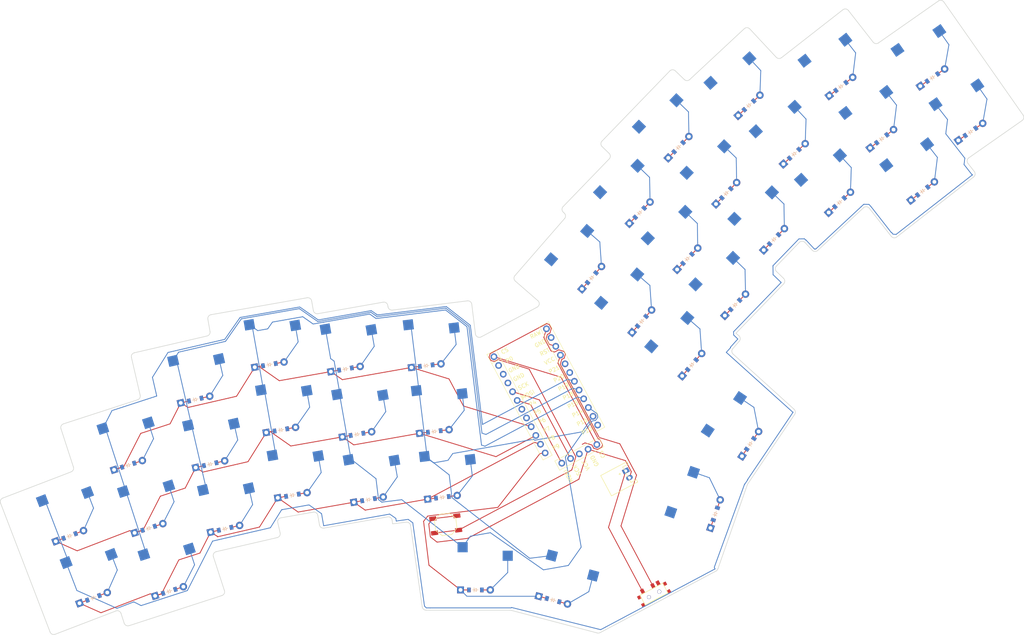
<source format=kicad_pcb>
(kicad_pcb (version 20240108) (generator "pcbnew") (generator_version "8.0")
  (title_block (title "Hepheaestes38") (date "2025-04-03") (rev "v1.0.0") (company "Unknown"))
  (layers (0 "F.Cu" signal) (31 "B.Cu" signal) (34 "B.Paste" user) (35 "F.Paste" user) (36 "B.SilkS" user "B.Silkscreen") (37 "F.SilkS" user "F.Silkscreen") (38 "B.Mask" user) (39 "F.Mask" user) (44 "Edge.Cuts" user))
  (net 0 "")
  (net 1 "P20")
  (net 2 "outer_bottom")
  (net 3 "outer_home")
  (net 4 "P19")
  (net 5 "pinky_bottom")
  (net 6 "pinky_home")
  (net 7 "pinky_top")
  (net 8 "P18")
  (net 9 "ring_bottom")
  (net 10 "ring_home")
  (net 11 "ring_top")
  (net 12 "P15")
  (net 13 "middle_bottom")
  (net 14 "middle_home")
  (net 15 "middle_top")
  (net 16 "P14")
  (net 17 "index_bottom")
  (net 18 "index_home")
  (net 19 "index_top")
  (net 20 "P16")
  (net 21 "inner_bottom")
  (net 22 "inner_home")
  (net 23 "inner_top")
  (net 24 "mirror_outer_bottom")
  (net 25 "mirror_outer_home")
  (net 26 "mirror_pinky_bottom")
  (net 27 "mirror_pinky_home")
  (net 28 "mirror_pinky_top")
  (net 29 "mirror_ring_bottom")
  (net 30 "mirror_ring_home")
  (net 31 "mirror_ring_top")
  (net 32 "mirror_middle_bottom")
  (net 33 "mirror_middle_home")
  (net 34 "mirror_middle_top")
  (net 35 "mirror_index_bottom")
  (net 36 "mirror_index_home")
  (net 37 "mirror_index_top")
  (net 38 "mirror_inner_bottom")
  (net 39 "mirror_inner_home")
  (net 40 "mirror_inner_top")
  (net 41 "tucky_thumbrow")
  (net 42 "reachy_thumbrow")
  (net 43 "mirror_tucky_thumbrow")
  (net 44 "mirror_reachy_thumbrow")
  (net 45 "P8")
  (net 46 "P7")
  (net 47 "P6")
  (net 48 "P21")
  (net 49 "P5")
  (net 50 "P4")
  (net 51 "P9")
  (net 52 "P10")
  (net 53 "GND")
  (net 54 "RST")
  (net 55 "pos")
  (net 56 "RAW")
  (net 57 "MOSI")
  (net 58 "SCK")
  (net 59 "VCC")
  (net 60 "CS")
  (net 61 "P0")
  (footprint "E73:SPDT_C128955" (layer "F.Cu") (at 205.726512 164.010339 -152)
    (property "Reference" "T1" (hide yes))
    (property "Value" "" (hide yes))
  )
  (footprint "E73:SW_TACT_ALPS_SKQGABE010" (layer "F.Cu") (at 152.351749 146.071285 7)
    (property "Reference" "B1" (hide yes))
    (property "Value" "" (hide yes))
  )
  (footprint "PG1350" (layer "F.Cu") (at 232.8613 69.519112 46)
    (property "Reference" "S26" (hide yes))
    (property "Value" "" (hide yes))
  )
  (footprint "PG1350" (layer "F.Cu") (at 159.956248 157.867441)
    (property "Reference" "S35" (hide yes))
    (property "Value" "" (hide yes))
  )
  (footprint "ComboDiode" (layer "F.Cu") (at 81.527812 163.224012 18)
    (property "Reference" "D3" (hide yes))
    (property "Value" "" (hide yes))
  )
  (footprint "ComboDiode" (layer "F.Cu") (at 151.498475 139.121987 7)
    (property "Reference" "D15" (hide yes))
    (property "Value" "" (hide yes))
  )
  (footprint "PG1350" (layer "F.Cu") (at 79.982724 158.468728 18)
    (property "Reference" "S3" (hide yes))
    (property "Value" "" (hide yes))
  )
  (footprint "JST_PH_S2B-PH-K_02x2.00mm_Angled" (layer "F.Cu") (at 198.951433 133.22293 -62)
    (property "Reference" "JST1" (hide yes))
    (property "Value" "" (hide yes))
  )
  (footprint "ComboDiode" (layer "F.Cu") (at 95.840164 147.197851 13)
    (property "Reference" "D6" (hide yes))
    (property "Value" "" (hide yes))
  )
  (footprint "PG1350" (layer "F.Cu") (at 250.514866 29.872815 38)
    (property "Reference" "S22" (hide yes))
    (property "Value" "" (hide yes))
  )
  (footprint "PG1350" (layer "F.Cu") (at 54.217245 144.365515 21)
    (property "Reference" "S2" (hide yes))
    (property "Value" "" (hide yes))
  )
  (footprint "PG1350" (layer "F.Cu") (at 181.146952 160.657241 -15)
    (property "Reference" "S36" (hide yes))
    (property "Value" "" (hide yes))
  )
  (footprint "PG1350" (layer "F.Cu") (at 74.729428 142.300766 18)
    (property "Reference" "S4" (hide yes))
    (property "Value" "" (hide yes))
  )
  (footprint "ComboDiode" (layer "F.Cu") (at 129.625142 122.981887 10)
    (property "Reference" "D13" (hide yes))
    (property "Value" "" (hide yes))
  )
  (footprint "PG1350" (layer "F.Cu") (at 106.312139 100.183793 10)
    (property "Reference" "S11" (hide yes))
    (property "Value" "" (hide yes))
  )
  (footprint "ComboDiode" (layer "F.Cu") (at 224.229213 61.183209 46)
    (property "Reference" "D27" (hide yes))
    (property "Value" "" (hide yes))
  )
  (footprint "ComboDiode" (layer "F.Cu") (at 71.02123 130.888088 18)
    (property "Reference" "D5" (hide yes))
    (property "Value" "" (hide yes))
  )
  (footprint "PG1350" (layer "F.Cu") (at 271.447345 56.665184 38)
    (property "Reference" "S20" (hide yes))
    (property "Value" "" (hide yes))
  )
  (footprint "ComboDiode" (layer "F.Cu") (at 215.417058 105.135848 49)
    (property "Reference" "D32" (hide yes))
    (property "Value" "" (hide yes))
  )
  (footprint "ComboDiode" (layer "F.Cu") (at 179.852848 165.486876 -15)
    (property "Reference" "D36" (hide yes))
    (property "Value" "" (hide yes))
  )
  (footprint "ComboDiode" (layer "F.Cu") (at 230.373398 125.425966 56)
    (property "Reference" "D37" (hide yes))
    (property "Value" "" (hide yes))
  )
  (footprint "PG1350" (layer "F.Cu") (at 131.708918 134.799597 10)
    (property "Reference" "S12" (hide yes))
    (property "Value" "" (hide yes))
  )
  (footprint "ComboDiode" (layer "F.Cu") (at 212.000432 49.374025 46)
    (property "Reference" "D28" (hide yes))
    (property "Value" "" (hide yes))
  )
  (footprint "ComboDiode" (layer "F.Cu") (at 202.038938 66.167436 46)
    (property "Reference" "D31" (hide yes))
    (property "Value" "" (hide yes))
  )
  (footprint "ComboDiode" (layer "F.Cu") (at 221.418971 143.385772 71)
    (property "Reference" "D38" (hide yes))
    (property "Value" "" (hide yes))
  )
  (footprint "ceoloide:mcu_nice_nano" (layer "F.Cu") (at 177.392768 110.722301 28)
    (property "Reference" "MCU1" (hide yes))
    (property "Value" "")
  )
  (footprint "PG1350" (layer "F.Cu") (at 216.691368 141.757933 71)
    (property "Reference" "S38" (hide yes))
    (property "Value" "" (hide yes))
  )
  (footprint "ComboDiode" (layer "F.Cu") (at 274.52565 60.605245 38)
    (property "Reference" "D20" (hide yes))
    (property "Value" "" (hide yes))
  )
  (footprint "PG1350" (layer "F.Cu") (at 249.82599 59.852235 43)
    (property "Reference" "S23" (hide yes))
    (property "Value" "" (hide yes))
  )
  (footprint "ComboDiode" (layer "F.Cu") (at 253.235989 63.509003 43)
    (property "Reference" "D23" (hide yes))
    (property "Value" "" (hide yes))
  )
  (footprint "ComboDiode" (layer "F.Cu") (at 107.180361 105.107852 10)
    (property "Reference" "D11" (hide yes))
    (property "Value" "" (hide yes))
  )
  (footprint "ComboDiode" (layer "F.Cu") (at 62.101357 164.904292 21)
    (property "Reference" "D1" (hide yes))
    (property "Value" "" (hide yes))
  )
  (footprint "PG1350" (layer "F.Cu") (at 208.403717 45.900726 46)
    (property "Reference" "S28" (hide yes))
    (property "Value" "" (hide yes))
  )
  (footprint "PG1350" (layer "F.Cu") (at 148.817351 117.285957 7)
    (property "Reference" "S16" (hide yes))
    (property "Value" "" (hide yes))
  )
  (footprint "ComboDiode" (layer "F.Cu") (at 241.642025 51.075991 43)
    (property "Reference" "D24" (hide yes))
    (property "Value" "" (hide yes))
  )
  (footprint "ceoloide:display_nice_view" (layer "F.Cu") (at 178.734289 113.245355 28)
    (property "Reference" "DISP1" (hide yes))
    (property "Value" "")
  )
  (footprint "PG1350" (layer "F.Cu") (at 198.442241 62.694136 46)
    (property "Reference" "S31" (hide yes))
    (property "Value" "" (hide yes))
  )
  (footprint "PG1350" (layer "F.Cu") (at 198.813449 90.702589 49)
    (property "Reference" "S33" (hide yes))
    (property "Value" "" (hide yes))
  )
  (footprint "PG1350" (layer "F.Cu") (at 210.671029 74.503349 46)
    (property "Reference" "S30" (hide yes))
    (property "Value" "" (hide yes))
  )
  (footprint "ComboDiode" (layer "F.Cu") (at 214.267716 77.976645 46)
    (property "Reference" "D30" (hide yes))
    (property "Value" "" (hide yes))
  )
  (footprint "ComboDiode" (layer "F.Cu") (at 264.059412 47.209063 38)
    (property "Reference" "D21" (hide yes))
    (property "Value" "" (hide yes))
  )
  (footprint "ComboDiode" (layer "F.Cu") (at 253.593172 33.812875 38)
    (property "Reference" "D22" (hide yes))
    (property "Value" "" (hide yes))
  )
  (footprint "ComboDiode" (layer "F.Cu") (at 189.756941 82.829851 49)
    (property "Reference" "D34" (hide yes))
    (property "Value" "" (hide yes))
  )
  (footprint "ComboDiode" (layer "F.Cu") (at 277.030996 31.513996 35)
    (property "Reference" "D19" (hide yes))
    (property "Value" "" (hide yes))
  )
  (footprint "PG1350" (layer "F.Cu") (at 69.476145 126.132811 18)
    (property "Reference" "S5" (hide yes))
    (property "Value" "" (hide yes))
  )
  (footprint "ComboDiode" (layer "F.Cu") (at 230.04806 38.642969 43)
    (property "Reference" "D25" (hide yes))
    (property "Value" "" (hide yes))
  )
  (footprint "ComboDiode" (layer "F.Cu") (at 113.084424 138.591301 10)
    (property "Reference" "D9" (hide yes))
    (property "Value" "" (hide yes))
  )
  (footprint "PG1350" (layer "F.Cu") (at 87.067075 109.197419 13)
    (property "Reference" "S8" (hide yes))
    (property "Value" "" (hide yes))
  )
  (footprint "ComboDiode" (layer "F.Cu") (at 92.016 130.633569 13)
    (property "Reference" "D7" (hide yes))
    (property "Value" "" (hide yes))
  )
  (footprint "ComboDiode" (layer "F.Cu") (at 126.673125 106.240159 10)
    (property "Reference" "D14" (hide yes))
    (property "Value" "" (hide yes))
  )
  (footprint "PG1350" (layer "F.Cu") (at 260.981115 43.269003 38)
    (property "Reference" "S21" (hide yes))
    (property "Value" "" (hide yes))
  )
  (footprint "PG1350" (layer "F.Cu") (at 112.21615 133.667259 10)
    (property "Reference" "S9" (hide yes))
    (property "Value" "" (hide yes))
  )
  (footprint "ComboDiode" (layer "F.Cu") (at 147.354906 105.37542 7)
    (property "Reference" "D17" (hide yes))
    (property "Value" "" (hide yes))
  )
  (footprint "ComboDiode" (layer "F.Cu") (at 76.274528 147.056066 18)
    (property "Reference" "D4" (hide yes))
    (property "Value" "" (hide yes))
  )
  (footprint "PG1350" (layer "F.Cu") (at 211.643523 101.855581 49)
    (property "Reference" "S32" (hide yes))
    (property "Value" "" (hide yes))
  )
  (footprint "PG1350" (layer "F.Cu") (at 125.804897 101.316122 10)
    (property "Reference" "S14" (hide yes))
    (property "Value" "" (hide yes))
  )
  (footprint "PG1350" (layer "F.Cu") (at 109.264139 116.925528 10)
    (property "Reference" "S10" (hide yes))
    (property "Value" "" (hide yes))
  )
  (footprint "PG1350" (layer "F.Cu") (at 60.309494 160.236398 21)
    (property "Reference" "S1" (hide yes))
    (property "Value" "" (hide yes))
  )
  (footprint "ComboDiode" (layer "F.Cu") (at 132.57716 139.723627 10)
    (property "Reference" "D12" (hide yes))
    (property "Value" "" (hide yes))
  )
  (footprint "ComboDiode" (layer "F.Cu") (at 149.426676 122.24871 7)
    (property "Reference" "D16" (hide yes))
    (property "Value" "" (hide yes))
  )
  (footprint "PG1350" (layer "F.Cu") (at 238.232024 47.419232 43)
    (property "Reference" "S24" (hide yes))
    (property "Value" "" (hide yes))
  )
  (footprint "ComboDiode" (layer "F.Cu") (at 226.496499 89.785828 46)
    (property "Reference" "D29" (hide yes))
    (property "Value" "" (hide yes))
  )
  (footprint "PG1350" (layer "F.Cu") (at 283.913914 41.3438 35)
    (property "Reference" "S18" (hide yes))
    (property "Value" "" (hide yes))
  )
  (footprint "ComboDiode" (layer "F.Cu") (at 159.956252 162.86743)
    (property "Reference" "D35" (hide yes))
    (property "Value" "" (hide yes))
  )
  (footprint "ComboDiode" (layer "F.Cu") (at 202.586982 93.982862 49)
    (property "Reference" "D33" (hide yes))
    (property "Value" "" (hide yes))
  )
  (footprint "PG1350" (layer "F.Cu") (at 226.638039 34.986217 43)
    (property "Reference" "S25" (hide yes))
    (property "Value" "" (hide yes))
  )
  (footprint "PG1350" (layer "F.Cu") (at 226.228215 122.630014 56)
    (property "Reference" "S37" (hide yes))
    (property "Value" "" (hide yes))
  )
  (footprint "PG1350" (layer "F.Cu") (at 90.891241 125.761699 13)
    (property "Reference" "S7" (hide yes))
    (property "Value" "" (hide yes))
  )
  (footprint "PG1350" (layer "F.Cu") (at 222.8998 86.312549 46)
    (property "Reference" "S29" (hide yes))
    (property "Value" "" (hide yes))
  )
  (footprint "ComboDiode" (layer "F.Cu") (at 110.132383 121.849564 10)
    (property "Reference" "D10" (hide yes))
    (property "Value" "" (hide yes))
  )
  (footprint "PG1350" (layer "F.Cu") (at 220.632502 57.709911 46)
    (property "Reference" "S27" (hide yes))
    (property "Value" "" (hide yes))
  )
  (footprint "PG1350" (layer "F.Cu") (at 185.983387 79.549555 49)
    (property "Reference" "S34" (hide yes))
    (property "Value" "" (hide yes))
  )
  (footprint "ComboDiode" (layer "F.Cu") (at 56.009091 149.03341 21)
    (property "Reference" "D2" (hide yes))
    (property "Value" "" (hide yes))
  )
  (footprint "ComboDiode" (layer "F.Cu") (at 88.191837 114.06928 13)
    (property "Reference" "D8" (hide yes))
    (property "Value" "" (hide yes))
  )
  (footprint "ComboDiode" (layer "F.Cu") (at 236.45798 72.992413 46)
    (property "Reference" "D26" (hide yes))
    (property "Value" "" (hide yes))
  )
  (footprint "PG1350" (layer "F.Cu") (at 146.745566 100.412686 7)
    (property "Reference" "S17" (hide yes))
    (property "Value" "" (hide yes))
  )
  (footprint "PG1350" (layer "F.Cu") (at 150.88913 134.159228 7)
    (property "Reference" "S15" (hide yes))
    (property "Value" "" (hide yes))
  )
  (footprint "ComboDiode" (layer "F.Cu") (at 286.781793 45.439571 35)
    (property "Reference" "D18" (hide yes))
    (property "Value" "" (hide yes))
  )
  (footprint "PG1350" (layer "F.Cu") (at 128.756893 118.057851 10)
    (property "Reference" "S13" (hide yes))
    (property "Value" "" (hide yes))
  )
  (footprint "PG1350" (layer "F.Cu") (at 274.163119 27.418214 35)
    (property "Reference" "S19" (hide yes))
    (property "Value" "" (hide yes))
  )
  (footprint "PG1350" (layer "F.Cu") (at 94.715415 142.325981 13)
    (property "Reference" "S6" (hide yes))
    (property "Value" "" (hide yes))
  )
  (gr_line (start 279.944778 12.138741) (end 300.249376 41.136726) (stroke (width 0.15)) (layer "Edge.Cuts"))
  (gr_arc (start 53.793913 121.554805) (mid 53.853985 120.791816) (end 54.43596 120.294753) (stroke (width 0.15)) (layer "Edge.Cuts"))
  (gr_line (start 147.322942 168.067447) (end 168.827054 168.067429) (stroke (width 0.15)) (layer "Edge.Cuts"))
  (gr_arc (start 109.326978 145.602627) (mid 109.467475 144.825747) (end 110.127714 144.392862) (stroke (width 0.15)) (layer "Edge.Cuts"))
  (gr_arc (start 138.678739 91.126569) (mid 137.962053 90.937872) (end 137.572057 90.307666) (stroke (width 0.15)) (layer "Edge.Cuts"))
  (gr_line (start 238.895618 82.992302) (end 237.097256 81.255657) (stroke (width 0.15)) (layer "Edge.Cuts"))
  (gr_line (start 116.85102 87.968159) (end 92.23081 92.309368) (stroke (width 0.15)) (layer "Edge.Cuts"))
  (gr_arc (start 116.85102 87.968159) (mid 117.598197 88.133847) (end 118.009468 88.779313) (stroke (width 0.15)) (layer "Edge.Cuts"))
  (gr_arc (start 286.129074 53.529314) (mid 285.928094 52.765849) (end 286.343526 52.094504) (stroke (width 0.15)) (layer "Edge.Cuts"))
  (gr_line (start 192.407902 49.220964) (end 194.206276 50.957603) (stroke (width 0.15)) (layer "Edge.Cuts"))
  (gr_line (start 278.552046 11.893185) (end 263.200327 22.642561) (stroke (width 0.15)) (layer "Edge.Cuts"))
  (gr_arc (start 238.361093 26.424377) (mid 237.666982 26.633276) (end 237.014077 26.318372) (stroke (width 0.15)) (layer "Edge.Cuts"))
  (gr_arc (start 263.200327 22.642561) (mid 262.478945 22.812407) (end 261.838717 22.439074) (stroke (width 0.15)) (layer "Edge.Cuts"))
  (gr_line (start 71.246483 172.032218) (end 95.022917 164.306799) (stroke (width 0.15)) (layer "Edge.Cuts"))
  (gr_arc (start 192.407902 49.220964) (mid 192.102704 48.519071) (end 192.383234 47.806967) (stroke (width 0.15)) (layer "Edge.Cuts"))
  (gr_arc (start 38.316921 140.614554) (mid 38.336957 139.849452) (end 38.892135 139.322585) (stroke (width 0.15)) (layer "Edge.Cuts"))
  (gr_line (start 91.419656 93.467815) (end 91.976024 96.623185) (stroke (width 0.15)) (layer "Edge.Cuts"))
  (gr_line (start 287.749573 55.603463) (end 286.129074 53.529314) (stroke (width 0.15)) (layer "Edge.Cuts"))
  (gr_arc (start 237.097256 81.255657) (mid 236.792093 80.553774) (end 237.072591 79.841668) (stroke (width 0.15)) (layer "Edge.Cuts"))
  (gr_arc (start 170.183248 83.702393) (mid 169.841713 83.017428) (end 170.084601 82.29163) (stroke (width 0.15)) (layer "Edge.Cuts"))
  (gr_arc (start 74.078909 112.952534) (mid 73.974903 113.669913) (end 73.413561 114.128565) (stroke (width 0.15)) (layer "Edge.Cuts"))
  (gr_line (start 209.749689 29.823474) (end 192.383234 47.806967) (stroke (width 0.15)) (layer "Edge.Cuts"))
  (gr_arc (start 278.552046 11.893185) (mid 279.299252 11.727543) (end 279.944778 12.138741) (stroke (width 0.15)) (layer "Edge.Cuts"))
  (gr_line (start 227.443626 97.702728) (end 226.702358 97.058337) (stroke (width 0.15)) (layer "Edge.Cuts"))
  (gr_line (start 170.183248 83.702393) (end 175.966478 88.729678) (stroke (width 0.15)) (layer "Edge.Cuts"))
  (gr_arc (start 214.845142 32.036509) (mid 214.154439 32.305075) (end 213.468484 32.024514) (stroke (width 0.15)) (layer "Edge.Cuts"))
  (gr_arc (start 52.295093 174.238513) (mid 51.530033 174.218436) (end 51.003159 173.663299) (stroke (width 0.15)) (layer "Edge.Cuts"))
  (gr_arc (start 227.443626 97.702728) (mid 227.785088 98.387665) (end 227.542287 99.113507) (stroke (width 0.15)) (layer "Edge.Cuts"))
  (gr_line (start 137.572057 90.307666) (end 137.502234 89.911655) (stroke (width 0.15)) (layer "Edge.Cuts"))
  (gr_arc (start 175.966478 88.729678) (mid 176.303958 89.597588) (end 175.779869 90.367318) (stroke (width 0.15)) (layer "Edge.Cuts"))
  (gr_line (start 159.957622 97.241744) (end 159.023739 89.636035) (stroke (width 0.15)) (layer "Edge.Cuts"))
  (gr_line (start 254.085224 14.139341) (end 238.361093 26.424377) (stroke (width 0.15)) (layer "Edge.Cuts"))
  (gr_line (start 121.170054 147.015209) (end 137.453484 144.144006) (stroke (width 0.15)) (layer "Edge.Cuts"))
  (gr_line (start 95.664943 163.046717) (end 92.837146 154.34369) (stroke (width 0.15)) (layer "Edge.Cuts"))
  (gr_arc (start 168.827054 168.067429) (mid 168.955194 168.075668) (end 169.081219 168.100269) (stroke (width 0.15)) (layer "Edge.Cuts"))
  (gr_line (start 51.003159 173.663299) (end 38.316921 140.614554) (stroke (width 0.15)) (layer "Edge.Cuts"))
  (gr_line (start 237.072591 79.841668) (end 242.921059 73.785389) (stroke (width 0.15)) (layer "Edge.Cuts"))
  (gr_line (start 138.732819 145.928442) (end 142.2268 145.49945) (stroke (width 0.15)) (layer "Edge.Cuts"))
  (gr_line (start 71.843536 103.270066) (end 74.078909 112.952534) (stroke (width 0.15)) (layer "Edge.Cuts"))
  (gr_line (start 225.972259 102.412747) (end 241.591129 116.55995) (stroke (width 0.15)) (layer "Edge.Cuts"))
  (gr_line (start 146.333091 167.209532) (end 143.338517 146.349888) (stroke (width 0.15)) (layer "Edge.Cuts"))
  (gr_line (start 237.014077 26.318372) (end 230.236927 19.050784) (stroke (width 0.15)) (layer "Edge.Cuts"))
  (gr_arc (start 225.972259 102.412747) (mid 225.645391 101.731169) (end 225.888864 101.015528) (stroke (width 0.15)) (layer "Edge.Cuts"))
  (gr_arc (start 238.895618 82.992302) (mid 239.200771 83.694182) (end 238.920304 84.406311) (stroke (width 0.15)) (layer "Edge.Cuts"))
  (gr_arc (start 121.170054 147.015209) (mid 120.42279 146.849586) (end 120.011568 146.204058) (stroke (width 0.15)) (layer "Edge.Cuts"))
  (gr_arc (start 56.981056 131.363825) (mid 56.932601 132.103369) (end 56.388362 132.606423) (stroke (width 0.15)) (layer "Edge.Cuts"))
  (gr_line (start 260.83941 65.015297) (end 266.473276 72.226305) (stroke (width 0.15)) (layer "Edge.Cuts"))
  (gr_arc (start 95.664943 163.046717) (mid 95.604904 163.809732) (end 95.022917 164.306799) (stroke (width 0.15)) (layer "Edge.Cuts"))
  (gr_line (start 221.595159 158.026842) (end 191.892329 173.820121) (stroke (width 0.15)) (layer "Edge.Cuts"))
  (gr_arc (start 147.322942 168.067447) (mid 146.667989 167.823124) (end 146.333091 167.209532) (stroke (width 0.15)) (layer "Edge.Cuts"))
  (gr_line (start 213.468484 32.024514) (end 211.163676 29.798804) (stroke (width 0.15)) (layer "Edge.Cuts"))
  (gr_line (start 53.793913 121.554805) (end 56.981056 131.363825) (stroke (width 0.15)) (layer "Edge.Cuts"))
  (gr_arc (start 242.921059 73.785389) (mid 243.649116 73.480106) (end 244.371738 73.798051) (stroke (width 0.15)) (layer "Edge.Cuts"))
  (gr_arc (start 247.640475 75.83705) (mid 246.923568 76.105079) (end 246.227121 75.787675) (stroke (width 0.15)) (layer "Edge.Cuts"))
  (gr_line (start 138.619658 145.006965) (end 138.732819 145.928442) (stroke (width 0.15)) (layer "Edge.Cuts"))
  (gr_arc (start 194.206276 50.957603) (mid 194.511471 51.659504) (end 194.230939 52.371596) (stroke (width 0.15)) (layer "Edge.Cuts"))
  (gr_line (start 247.640475 75.83705) (end 259.369406 64.899615) (stroke (width 0.15)) (layer "Edge.Cuts"))
  (gr_arc (start 136.34377 89.100502) (mid 137.090969 89.266174) (end 137.502234 89.911655) (stroke (width 0.15)) (layer "Edge.Cuts"))
  (gr_line (start 267.876955 72.398652) (end 287.577222 57.007135) (stroke (width 0.15)) (layer "Edge.Cuts"))
  (gr_arc (start 228.82358 19.001424) (mid 229.540471 18.733401) (end 230.236927 19.050784) (stroke (width 0.15)) (layer "Edge.Cuts"))
  (gr_line (start 69.173046 168.886895) (end 69.986425 171.390178) (stroke (width 0.15)) (layer "Edge.Cuts"))
  (gr_line (start 118.443593 91.241346) (end 118.009468 88.779313) (stroke (width 0.15)) (layer "Edge.Cuts"))
  (gr_line (start 56.388362 132.606423) (end 38.892135 139.322585) (stroke (width 0.15)) (layer "Edge.Cuts"))
  (gr_arc (start 157.909319 88.765352) (mid 158.646846 88.969886) (end 159.023739 89.636035) (stroke (width 0.15)) (layer "Edge.Cuts"))
  (gr_line (start 136.34377 89.100502) (end 119.60204 92.05251) (stroke (width 0.15)) (layer "Edge.Cuts"))
  (gr_arc (start 92.837146 154.34369) (mid 92.917837 153.542231) (end 93.563252 153.060308) (stroke (width 0.15)) (layer "Edge.Cuts"))
  (gr_arc (start 67.863612 168.262307) (mid 68.652543 168.293274) (end 69.173046 168.886895) (stroke (width 0.15)) (layer "Edge.Cuts"))
  (gr_arc (start 300.249376 41.136726) (mid 300.415062 41.883968) (end 300.003796 42.529461) (stroke (width 0.15)) (layer "Edge.Cuts"))
  (gr_arc (start 229.609012 135.917071) (mid 229.65909 135.798853) (end 229.7239 135.688023) (stroke (width 0.15)) (layer "Edge.Cuts"))
  (gr_arc (start 287.749573 55.603463) (mid 287.954124 56.341006) (end 287.577222 57.007135) (stroke (width 0.15)) (layer "Edge.Cuts"))
  (gr_line (start 228.82358 19.001424) (end 214.845142 32.036509) (stroke (width 0.15)) (layer "Edge.Cuts"))
  (gr_arc (start 119.60204 92.05251) (mid 118.854809 91.886857) (end 118.443593 91.241346) (stroke (width 0.15)) (layer "Edge.Cuts"))
  (gr_arc (start 222.069628 157.474035) (mid 221.884526 157.795184) (end 221.595159 158.026842) (stroke (width 0.15)) (layer "Edge.Cuts"))
  (gr_line (start 93.563252 153.060308) (end 109.189545 149.452682) (stroke (width 0.15)) (layer "Edge.Cuts"))
  (gr_line (start 182.79576 67.669124) (end 170.084601 82.29163) (stroke (width 0.15)) (layer "Edge.Cuts"))
  (gr_line (start 157.909319 88.765352) (end 138.678739 91.126569) (stroke (width 0.15)) (layer "Edge.Cuts"))
  (gr_line (start 286.343526 52.094504) (end 300.003796 42.529461) (stroke (width 0.15)) (layer "Edge.Cuts"))
  (gr_line (start 161.419616 98.002814) (end 175.779869 90.367318) (stroke (width 0.15)) (layer "Edge.Cuts"))
  (gr_line (start 194.230939 52.371596) (end 182.421751 64.60037) (stroke (width 0.15)) (layer "Edge.Cuts"))
  (gr_line (start 182.446435 66.01439) (end 182.735697 66.293725) (stroke (width 0.15)) (layer "Edge.Cuts"))
  (gr_line (start 229.7239 135.688023) (end 241.748865 117.860289) (stroke (width 0.15)) (layer "Edge.Cuts"))
  (gr_arc (start 109.938942 148.253358) (mid 109.812612 149.008197) (end 109.189545 149.452682) (stroke (width 0.15)) (layer "Edge.Cuts"))
  (gr_line (start 226.702358 97.058337) (end 238.920304 84.406311) (stroke (width 0.15)) (layer "Edge.Cuts"))
  (gr_arc (start 118.418982 142.930879) (mid 119.166265 143.096503) (end 119.577466 143.742048) (stroke (width 0.15)) (layer "Edge.Cuts"))
  (gr_line (start 261.838717 22.439074) (end 255.488896 14.311691) (stroke (width 0.15)) (layer "Edge.Cuts"))
  (gr_arc (start 142.2268 145.49945) (mid 142.95627 145.697732) (end 143.338517 146.349888) (stroke (width 0.15)) (layer "Edge.Cuts"))
  (gr_arc (start 209.749689 29.823474) (mid 210.451568 29.518308) (end 211.163676 29.798804) (stroke (width 0.15)) (layer "Edge.Cuts"))
  (gr_arc (start 254.085224 14.139341) (mid 254.822774 13.934772) (end 255.488896 14.311691) (stroke (width 0.15)) (layer "Edge.Cuts"))
  (gr_line (start 225.888864 101.015528) (end 227.542287 99.113507) (stroke (width 0.15)) (layer "Edge.Cuts"))
  (gr_arc (start 182.446435 66.01439) (mid 182.141243 65.312497) (end 182.421751 64.60037) (stroke (width 0.15)) (layer "Edge.Cuts"))
  (gr_arc (start 91.976024 96.623185) (mid 91.825113 97.34878) (end 91.216176 97.771227) (stroke (width 0.15)) (layer "Edge.Cuts"))
  (gr_line (start 191.168726 173.904352) (end 169.081219 168.100269) (stroke (width 0.15)) (layer "Edge.Cuts"))
  (gr_arc (start 91.419656 93.467815) (mid 91.585318 92.720612) (end 92.23081 92.309368) (stroke (width 0.15)) (layer "Edge.Cuts"))
  (gr_line (start 109.938942 148.253358) (end 109.326978 145.602627) (stroke (width 0.15)) (layer "Edge.Cuts"))
  (gr_arc (start 137.453484 144.144006) (mid 138.221953 144.324962) (end 138.619658 145.006965) (stroke (width 0.15)) (layer "Edge.Cuts"))
  (gr_line (start 110.127714 144.392862) (end 118.418982 142.930879) (stroke (width 0.15)) (layer "Edge.Cuts"))
  (gr_arc (start 259.369406 64.899615) (mid 260.129862 64.634036) (end 260.83941 65.015297) (stroke (width 0.15)) (layer "Edge.Cuts"))
  (gr_arc (start 182.735697 66.293725) (mid 183.040085 66.969437) (end 182.79576 67.669124) (stroke (width 0.15)) (layer "Edge.Cuts"))
  (gr_arc (start 191.892329 173.820121) (mid 191.538472 173.930452) (end 191.168727 173.904352) (stroke (width 0.15)) (layer "Edge.Cuts"))
  (gr_line (start 119.577466 143.742048) (end 120.011568 146.204058) (stroke (width 0.15)) (layer "Edge.Cuts"))
  (gr_line (start 229.609012 135.917071) (end 222.069628 157.474035) (stroke (width 0.15)) (layer "Edge.Cuts"))
  (gr_line (start 244.371738 73.798051) (end 246.227121 75.787675) (stroke (width 0.15)) (layer "Edge.Cuts"))
  (gr_arc (start 71.843536 103.270066) (mid 71.969844 102.515193) (end 72.592948 102.070753) (stroke (width 0.15)) (layer "Edge.Cuts"))
  (gr_arc (start 71.246483 172.032218) (mid 70.483482 171.97217) (end 69.986425 171.390178) (stroke (width 0.15)) (layer "Edge.Cuts"))
  (gr_line (start 52.295093 174.238513) (end 67.863612 168.262307) (stroke (width 0.15)) (layer "Edge.Cuts"))
  (gr_line (start 73.413561 114.128565) (end 54.43596 120.294753) (stroke (width 0.15)) (layer "Edge.Cuts"))
  (gr_line (start 91.216176 97.771227) (end 72.592948 102.070753) (stroke (width 0.15)) (layer "Edge.Cuts"))
  (gr_arc (start 161.419616 98.002814) (mid 160.488363 98.006903) (end 159.957622 97.241744) (stroke (width 0.15)) (layer "Edge.Cuts"))
  (gr_arc (start 241.591129 116.55995) (mid 241.91252 117.180699) (end 241.748865 117.860289) (stroke (width 0.15)) (layer "Edge.Cuts"))
  (gr_arc (start 267.876955 72.398652) (mid 267.139414 72.603211) (end 266.473276 72.226305) (stroke (width 0.15)) (layer "Edge.Cuts"))
  (segment (start 285.125916 53.818442) (end 285.325967 52.189131) (width 0.2) (layer "B.Cu") (net 1))
  (segment (start 266.906328 71.656204) (end 267.692735 71.752763) (width 0.2) (layer "B.Cu") (net 1))
  (segment (start 117.329029 141.07426) (end 120.543633 143.32515) (width 0.2) (layer "B.Cu") (net 1))
  (segment (start 225.320821 100.60153) (end 227.172251 98.545303) (width 0.2) (layer "B.Cu") (net 1))
  (segment (start 244.57418 73.177571) (end 244.646732 73.180104) (width 0.2) (layer "B.Cu") (net 1))
  (segment (start 221.145864 157.067387) (end 228.908025 135.741031) (width 0.2) (layer "B.Cu") (net 1))
  (segment (start 241.287375 117.335298) (end 224.223707 101.9711) (width 0.2) (layer "B.Cu") (net 1))
  (segment (start 259.43759 64.000405) (end 260.775798 64.047132) (width 0.2) (layer "B.Cu") (net 1))
  (segment (start 49.027476 139.984369) (end 49.872424 140.360568) (width 0.2) (layer "B.Cu") (net 1))
  (segment (start 147.370298 167.467446) (end 148.3686 167.467447) (width 0.2) (layer "B.Cu") (net 1))
  (segment (start 246.830888 75.478936) (end 246.906164 75.496663) (width 0.2) (layer "B.Cu") (net 1))
  (segment (start 107.435819 146.932258) (end 110.31728 142.320943) (width 0.2) (layer "B.Cu") (net 1))
  (segment (start 258.78012 64.620627) (end 258.780574 64.613079) (width 0.2) (layer "B.Cu") (net 1))
  (segment (start 280.890791 42.280774) (end 277.818414 38.348304) (width 0.2) (layer "B.Cu") (net 1))
  (segment (start 236.779468 79.133324) (end 242.810542 72.887967) (width 0.2) (layer "B.Cu") (net 1))
  (segment (start 260.775798 64.047132) (end 261.205724 64.508174) (width 0.2) (layer "B.Cu") (net 1))
  (segment (start 244.646732 73.180104) (end 246.760521 75.446868) (width 0.2) (layer "B.Cu") (net 1))
  (segment (start 267.692735 71.752763) (end 287.284262 56.446183) (width 0.2) (layer "B.Cu") (net 1))
  (segment (start 55.119725 155.855257) (end 57.870194 163.020463) (width 0.2) (layer "B.Cu") (net 1))
  (segment (start 242.810542 72.887967) (end 244.248293 72.862867) (width 0.2) (layer "B.Cu") (net 1))
  (segment (start 236.215749 82.064354) (end 236.175499 79.758751) (width 0.2) (layer "B.Cu") (net 1))
  (segment (start 238.279853 84.057637) (end 236.215749 82.064354) (width 0.2) (layer "B.Cu") (net 1))
  (segment (start 226.110321 97.51981) (end 226.095575 96.674825) (width 0.2) (layer "B.Cu") (net 1))
  (segment (start 225.328274 100.743784) (end 225.320821 100.60153) (width 0.2) (layer "B.Cu") (net 1))
  (segment (start 247.132202 75.459862) (end 247.204313 75.415234) (width 0.2) (layer "B.Cu") (net 1))
  (segment (start 142.736274 144.778684) (end 143.913231 145.665585) (width 0.2) (layer "B.Cu") (net 1))
  (segment (start 287.284262 56.446183) (end 287.229021 56.510301) (width 0.2) (layer "B.Cu") (net 1))
  (segment (start 229.708985 134.637165) (end 229.693965 134.559881) (width 0.2) (layer "B.Cu") (net 1))
  (segment (start 148.3686 167.467447) (end 169.075582 167.467428) (width 0.2) (layer "B.Cu") (net 1))
  (segment (start 49.872424 140.360568) (end 55.495925 155.01031) (width 0.2) (layer "B.Cu") (net 1))
  (segment (start 139.712063 145.203709) (end 142.736274 144.778684) (width 0.2) (layer "B.Cu") (net 1))
  (segment (start 55.495925 155.01031) (end 55.119735 155.85524) (width 0.2) (layer "B.Cu") (net 1))
  (segment (start 57.870194 163.020463) (end 68.130021 167.588418) (width 0.2) (layer "B.Cu") (net 1))
  (segment (start 139.565922 144.525429) (end 139.686088 145.20689) (width 0.2) (layer "B.Cu") (net 1))
  (segment (start 193.322429 172.380186) (end 220.62363 157.863874) (width 0.2) (layer "B.Cu") (net 1))
  (segment (start 246.906164 75.496663) (end 246.983444 75.499367) (width 0.2) (layer "B.Cu") (net 1))
  (segment (start 261.205724 64.508174) (end 261.465911 64.824646) (width 0.2) (layer "B.Cu") (net 1))
  (segment (start 192.042786 173.060581) (end 193.322429 172.380186) (width 0.2) (layer "B.Cu") (net 1))
  (segment (start 169.075582 167.467428) (end 169.232279 167.373289) (width 0.2) (layer "B.Cu") (net 1))
  (segment (start 246.983444 75.499367) (end 247.059768 75.486938) (width 0.2) (layer "B.Cu") (net 1))
  (segment (start 266.484543 71.248207) (end 266.598498 71.262197) (width 0.2) (layer "B.Cu") (net 1))
  (segment (start 110.31728 142.320943) (end 110.506609 142.277243) (width 0.2) (layer "B.Cu") (net 1))
  (segment (start 247.059768 75.486938) (end 247.132202 75.459862) (width 0.2) (layer "B.Cu") (net 1))
  (segment (start 225.327366 100.745364) (end 225.328274 100.743784) (width 0.2) (layer "B.Cu") (net 1))
  (segment (start 74.314637 166.884668) (end 86.169221 163.032885) (width 0.2) (layer "B.Cu") (net 1))
  (segment (start 287.229021 56.510301) (end 285.125916 53.818442) (width 0.2) (layer "B.Cu") (net 1))
  (segment (start 72.470522 165.945038) (end 74.314637 166.884668) (width 0.2) (layer "B.Cu") (net 1))
  (segment (start 258.780574 64.613079) (end 259.43759 64.000405) (width 0.2) (layer "B.Cu") (net 1))
  (segment (start 72.443043 165.932816) (end 72.470522 165.945038) (width 0.2) (layer "B.Cu") (net 1))
  (segment (start 285.325967 52.189131) (end 280.441781 45.937661) (width 0.2) (layer "B.Cu") (net 1))
  (segment (start 247.204313 75.415234) (end 258.78012 64.620627) (width 0.2) (layer "B.Cu") (net 1))
  (segment (start 226.095575 96.674825) (end 238.279853 84.057637) (width 0.2) (layer "B.Cu") (net 1))
  (segment (start 228.972922 135.728419) (end 229.708985 134.637165) (width 0.2) (layer "B.Cu") (net 1))
  (segment (start 221.337257 157.47784) (end 221.145864 157.067387) (width 0.2) (layer "B.Cu") (net 1))
  (segment (start 86.169221 163.032885) (end 92.631402 150.35012) (width 0.2) (layer "B.Cu") (net 1))
  (segment (start 120.543633 143.32515) (end 121.088572 146.415643) (width 0.2) (layer "B.Cu") (net 1))
  (segment (start 220.62363 157.863874) (end 221.110456 157.605027) (width 0.2) (layer "B.Cu") (net 1))
  (segment (start 146.913018 167.010163) (end 147.370298 167.467446) (width 0.2) (layer "B.Cu") (net 1))
  (segment (start 110.506609 142.277243) (end 117.329029 141.07426) (width 0.2) (layer "B.Cu") (net 1))
  (segment (start 266.598498 71.262197) (end 266.906328 71.656204) (width 0.2) (layer "B.Cu") (net 1))
  (segment (start 227.172251 98.545303) (end 226.110321 97.51981) (width 0.2) (layer "B.Cu") (net 1))
  (segment (start 241.313001 117.333952) (end 241.287375 117.335298) (width 0.2) (layer "B.Cu") (net 1))
  (segment (start 244.248293 72.862867) (end 244.57418 73.177571) (width 0.2) (layer "B.Cu") (net 1))
  (segment (start 229.693965 134.559881) (end 241.313001 117.333952) (width 0.2) (layer "B.Cu") (net 1))
  (segment (start 236.175499 79.758751) (end 236.779468 79.133324) (width 0.2) (layer "B.Cu") (net 1))
  (segment (start 221.110456 157.605027) (end 221.337257 157.47784) (width 0.2) (layer "B.Cu") (net 1))
  (segment (start 68.130021 167.588418) (end 72.443043 165.932816) (width 0.2) (layer "B.Cu") (net 1))
  (segment (start 139.686088 145.20689) (end 139.712063 145.203709) (width 0.2) (layer "B.Cu") (net 1))
  (segment (start 92.631402 150.35012) (end 107.435819 146.932258) (width 0.2) (layer "B.Cu") (net 1))
  (segment (start 246.760521 75.446868) (end 246.830888 75.478936) (width 0.2) (layer "B.Cu") (net 1))
  (segment (start 138.005406 143.432746) (end 139.565922 144.525429) (width 0.2) (layer "B.Cu") (net 1))
  (segment (start 121.088572 146.415643) (end 138.005406 143.432746) (width 0.2) (layer "B.Cu") (net 1))
  (segment (start 143.913231 145.665585) (end 146.913018 167.010163) (width 0.2) (layer "B.Cu") (net 1))
  (segment (start 261.465911 64.824646) (end 266.484543 71.248207) (width 0.2) (layer "B.Cu") (net 1))
  (segment (start 169.232279 167.373289) (end 192.042786 173.060581) (width 0.2) (layer "B.Cu") (net 1))
  (segment (start 280.441781 45.937661) (end 280.890791 42.280774) (width 0.2) (layer "B.Cu") (net 1))
  (segment (start 224.223707 101.9711) (end 225.327366 100.745364) (width 0.2) (layer "B.Cu") (net 1))
  (segment (start 228.908025 135.741031) (end 228.972922 135.728419) (width 0.2) (layer "B.Cu") (net 1))
  (segment (start 65.658271 163.538913) (end 63.641754 164.312982) (width 0.2) (layer "F.Cu") (net 2))
  (segment (start 66.691009 153.769966) (end 68.226605 157.770374) (width 0.2) (layer "B.Cu") (net 2))
  (segment (start 68.226605 157.770374) (end 65.658271 163.538913) (width 0.2) (layer "B.Cu") (net 2))
  (segment (start 59.566032 147.668048) (end 57.549492 148.442122) (width 0.2) (layer "F.Cu") (net 3))
  (segment (start 60.598762 137.8991) (end 62.134361 141.899492) (width 0.2) (layer "B.Cu") (net 3))
  (segment (start 62.134361 141.899492) (end 59.566032 147.668048) (width 0.2) (layer "B.Cu") (net 3))
  (segment (start 69.77607 137.654014) (end 70.60017 138.073913) (width 0.2) (layer "B.Cu") (net 4))
  (segment (start 183.573623 108.855743) (end 185.313286 109.387619) (width 0.2) (layer "B.Cu") (net 4))
  (segment (start 64.522781 121.486058) (end 66.866207 116.886808) (width 0.2) (layer "B.Cu") (net 4))
  (segment (start 77.222716 108.372177) (end 81.207494 101.995216) (width 0.2) (layer "B.Cu") (net 4))
  (segment (start 99.672703 93.027998) (end 114.94872 90.334419) (width 0.2) (layer "B.Cu") (net 4))
  (segment (start 78.300324 113.171641) (end 78.321271 113.130521) (width 0.2) (layer "B.Cu") (net 4))
  (segment (start 78.321271 113.130521) (end 77.222716 108.372177) (width 0.2) (layer "B.Cu") (net 4))
  (segment (start 158.649059 95.035607) (end 161.715699 120.011374) (width 0.2) (layer "B.Cu") (net 4))
  (segment (start 81.207494 101.995216) (end 95.743639 98.639269) (width 0.2) (layer "B.Cu") (net 4))
  (segment (start 64.522785 121.486054) (end 65.346872 121.905959) (width 0.2) (layer "B.Cu") (net 4))
  (segment (start 152.480219 90.215985) (end 158.649059 95.035607) (width 0.2) (layer "B.Cu") (net 4))
  (segment (start 161.715699 120.011374) (end 161.715701 120.011375) (width 0.2) (layer "B.Cu") (net 4))
  (segment (start 134.566435 92.17827) (end 134.579416 92.176673) (width 0.2) (layer "B.Cu") (net 4))
  (segment (start 114.94872 90.334419) (end 119.698399 93.660184) (width 0.2) (layer "B.Cu") (net 4))
  (segment (start 75.449259 152.997862) (end 75.029363 153.821965) (width 0.2) (layer "B.Cu") (net 4))
  (segment (start 161.769458 120.449228) (end 183.573623 108.855743) (width 0.2) (layer "B.Cu") (net 4))
  (segment (start 134.841848 92.381703) (end 135.134782 92.345745) (width 0.2) (layer "B.Cu") (net 4))
  (segment (start 70.60017 138.073913) (end 75.449259 152.997862) (width 0.2) (layer "B.Cu") (net 4))
  (segment (start 161.715701 120.011375) (end 161.769458 120.449228) (width 0.2) (layer "B.Cu") (net 4))
  (segment (start 66.866207 116.886808) (end 78.300324 113.171641) (width 0.2) (layer "B.Cu") (net 4))
  (segment (start 119.698399 93.660184) (end 133.266166 91.267828) (width 0.2) (layer "B.Cu") (net 4))
  (segment (start 65.346872 121.905959) (end 70.195959 136.829918) (width 0.2) (layer "B.Cu") (net 4))
  (segment (start 95.743639 98.639269) (end 99.672703 93.027998) (width 0.2) (layer "B.Cu") (net 4))
  (segment (start 135.134782 92.345745) (end 152.480219 90.215985) (width 0.2) (layer "B.Cu") (net 4))
  (segment (start 133.266166 91.267828) (end 134.566435 92.17827) (width 0.2) (layer "B.Cu") (net 4))
  (segment (start 134.579416 92.176673) (end 134.841848 92.381703) (width 0.2) (layer "B.Cu") (net 4))
  (segment (start 70.195959 136.829918) (end 69.77607 137.654014) (width 0.2) (layer "B.Cu") (net 4))
  (segment (start 83.09706 162.714135) (end 83.09705 162.714126) (width 0.2) (layer "F.Cu") (net 5))
  (segment (start 85.151349 162.046659) (end 83.09706 162.714135) (width 0.2) (layer "F.Cu") (net 5))
  (segment (start 86.693893 152.34516) (end 88.018033 156.420435) (width 0.2) (layer "B.Cu") (net 5))
  (segment (start 88.018033 156.420435) (end 85.151349 162.046659) (width 0.2) (layer "B.Cu") (net 5))
  (segment (start 77.843766 146.546184) (end 77.843768 146.546179) (width 0.2) (layer "F.Cu") (net 6))
  (segment (start 79.898046 145.878693) (end 77.843766 146.546184) (width 0.2) (layer "F.Cu") (net 6))
  (segment (start 82.764754 140.252487) (end 79.898046 145.878693) (width 0.2) (layer "B.Cu") (net 6))
  (segment (start 81.440616 136.177202) (end 82.764754 140.252487) (width 0.2) (layer "B.Cu") (net 6))
  (segment (start 72.590468 130.378216) (end 72.590481 130.378216) (width 0.2) (layer "F.Cu") (net 7))
  (segment (start 74.644775 129.710733) (end 72.590468 130.378216) (width 0.2) (layer "F.Cu") (net 7))
  (segment (start 76.187325 120.009229) (end 77.511464 124.084513) (width 0.2) (layer "B.Cu") (net 7))
  (segment (start 77.511464 124.084513) (end 74.644775 129.710733) (width 0.2) (layer "B.Cu") (net 7))
  (segment (start 161.642288 122.695763) (end 162.659949 123.006893) (width 0.2) (layer "B.Cu") (net 8))
  (segment (start 82.537561 104.136622) (end 83.923991 101.91789) (width 0.2) (layer "B.Cu") (net 8))
  (segment (start 99.992588 93.377762) (end 114.85501 90.757115) (width 0.2) (layer "B.Cu") (net 8))
  (segment (start 82.537555 104.136645) (end 83.586968 104.792369) (width 0.2) (layer "B.Cu") (net 8))
  (segment (start 152.364517 90.633203) (end 158.272236 95.248803) (width 0.2) (layer "B.Cu") (net 8))
  (segment (start 95.958126 99.139585) (end 99.992588 93.377762) (width 0.2) (layer "B.Cu") (net 8))
  (segment (start 86.361727 120.700929) (end 87.411127 121.356658) (width 0.2) (layer "B.Cu") (net 8))
  (segment (start 133.172452 91.69052) (end 134.473296 92.601387) (width 0.2) (layer "B.Cu") (net 8))
  (segment (start 90.841626 136.215798) (end 90.185888 137.265209) (width 0.2) (layer "B.Cu") (net 8))
  (segment (start 184.950462 111.154817) (end 186.505739 111.630313) (width 0.2) (layer "B.Cu") (net 8))
  (segment (start 114.85501 90.757115) (end 119.604687 94.08288) (width 0.2) (layer "B.Cu") (net 8))
  (segment (start 119.604687 94.08288) (end 133.172452 91.69052) (width 0.2) (layer "B.Cu") (net 8))
  (segment (start 134.726138 92.798921) (end 152.364517 90.633203) (width 0.2) (layer "B.Cu") (net 8))
  (segment (start 134.473296 92.601387) (end 134.726138 92.798921) (width 0.2) (layer "B.Cu") (net 8))
  (segment (start 83.923991 101.91789) (end 95.958126 99.139585) (width 0.2) (layer "B.Cu") (net 8))
  (segment (start 83.586968 104.792369) (end 87.017473 119.651506) (width 0.2) (layer "B.Cu") (net 8))
  (segment (start 87.017473 119.651506) (end 86.361727 120.700929) (width 0.2) (layer "B.Cu") (net 8))
  (segment (start 158.272236 95.248803) (end 161.642288 122.695763) (width 0.2) (layer "B.Cu") (net 8))
  (segment (start 162.659949 123.006893) (end 184.950462 111.154817) (width 0.2) (layer "B.Cu") (net 8))
  (segment (start 87.411127 121.356658) (end 90.841626 136.215798) (width 0.2) (layer "B.Cu") (net 8))
  (segment (start 99.55251 146.340791) (end 97.447884 146.826682) (width 0.2) (layer "F.Cu") (net 9))
  (segment (start 101.934753 136.810655) (end 102.898682 140.98582) (width 0.2) (layer "B.Cu") (net 9))
  (segment (start 102.898682 140.98582) (end 99.55251 146.340791) (width 0.2) (layer "B.Cu") (net 9))
  (segment (start 95.728348 129.776506) (end 93.623705 130.262391) (width 0.2) (layer "F.Cu") (net 10))
  (segment (start 98.110578 120.246365) (end 99.074506 124.421533) (width 0.2) (layer "B.Cu") (net 10))
  (segment (start 99.074506 124.421533) (end 95.728348 129.776506) (width 0.2) (layer "B.Cu") (net 10))
  (segment (start 91.904186 113.212211) (end 89.799552 113.698102) (width 0.2) (layer "F.Cu") (net 11))
  (segment (start 94.28643 103.68205) (end 95.250342 107.857247) (width 0.2) (layer "B.Cu") (net 11))
  (segment (start 95.250342 107.857247) (end 91.904186 113.212211) (width 0.2) (layer "B.Cu") (net 11))
  (segment (start 121.05288 94.233705) (end 132.879278 92.14838) (width 0.2) (layer "B.Cu") (net 12))
  (segment (start 161.527292 125.754468) (end 162.400652 126.021483) (width 0.2) (layer "B.Cu") (net 12))
  (segment (start 104.196798 96.393535) (end 106.754043 95.942631) (width 0.2) (layer "B.Cu") (net 12))
  (segment (start 102.811304 95.423397) (end 105.536188 110.876992) (width 0.2) (layer "B.Cu") (net 12))
  (segment (start 102.053659 94.892898) (end 104.196798 96.393535) (width 0.2) (layer "B.Cu") (net 12))
  (segment (start 115.729441 92.836883) (end 118.393877 94.702556) (width 0.2) (layer "B.Cu") (net 12))
  (segment (start 152.315778 91.102736) (end 157.798563 95.386343) (width 0.2) (layer "B.Cu") (net 12))
  (segment (start 106.754043 95.942631) (end 107.97079 94.204958) (width 0.2) (layer "B.Cu") (net 12))
  (segment (start 134.508537 93.289199) (end 152.315778 91.102736) (width 0.2) (layer "B.Cu") (net 12))
  (segment (start 106.019336 112.344401) (end 108.667463 127.362714) (width 0.2) (layer "B.Cu") (net 12))
  (segment (start 157.798563 95.386343) (end 161.527292 125.754468) (width 0.2) (layer "B.Cu") (net 12))
  (segment (start 107.97079 94.204958) (end 115.729441 92.836883) (width 0.2) (layer "B.Cu") (net 12))
  (segment (start 105.00569 111.63461) (end 106.019336 112.344401) (width 0.2) (layer "B.Cu") (net 12))
  (segment (start 102.053652 94.892899) (end 102.811304 95.423397) (width 0.2) (layer "B.Cu") (net 12))
  (segment (start 105.536188 110.876992) (end 105.00569 111.63461) (width 0.2) (layer "B.Cu") (net 12))
  (segment (start 118.393877 94.702556) (end 121.05288 94.233705) (width 0.2) (layer "B.Cu") (net 12))
  (segment (start 162.400652 126.021483) (end 186.142912 113.397512) (width 0.2) (layer "B.Cu") (net 12))
  (segment (start 186.142912 113.397512) (end 187.698198 113.872999) (width 0.2) (layer "B.Cu") (net 12))
  (segment (start 108.667463 127.362714) (end 107.957712 128.376366) (width 0.2) (layer "B.Cu") (net 12))
  (segment (start 132.879278 92.14838) (end 134.508537 93.289199) (width 0.2) (layer "B.Cu") (net 12))
  (segment (start 114.709337 138.304786) (end 114.709338 138.304781) (width 0.2) (layer "F.Cu") (net 13))
  (segment (start 116.836511 137.9297) (end 114.709337 138.304786) (width 0.2) (layer "F.Cu") (net 13))
  (segment (start 119.714269 128.537289) (end 120.458356 132.75719) (width 0.2) (layer "B.Cu") (net 13))
  (segment (start 120.458356 132.75719) (end 116.836511 137.9297) (width 0.2) (layer "B.Cu") (net 13))
  (segment (start 111.757328 121.56306) (end 111.757327 121.563061) (width 0.2) (layer "F.Cu") (net 14))
  (segment (start 113.884496 121.18796) (end 111.757328 121.56306) (width 0.2) (layer "F.Cu") (net 14))
  (segment (start 117.506317 116.015465) (end 113.884496 121.18796) (width 0.2) (layer "B.Cu") (net 14))
  (segment (start 116.762247 111.795567) (end 117.506317 116.015465) (width 0.2) (layer "B.Cu") (net 14))
  (segment (start 110.932472 104.446231) (end 108.805292 104.821318) (width 0.2) (layer "F.Cu") (net 15))
  (segment (start 108.805292 104.821318) (end 108.80529 104.821322) (width 0.2) (layer "F.Cu") (net 15))
  (segment (start 113.810228 95.053834) (end 114.554305 99.273745) (width 0.2) (layer "B.Cu") (net 15))
  (segment (start 114.554305 99.273745) (end 110.932472 104.446231) (width 0.2) (layer "B.Cu") (net 15))
  (segment (start 125.120035 111.879205) (end 124.498448 112.766939) (width 0.2) (layer "B.Cu") (net 16))
  (segment (start 182.986694 128.843471) (end 187.245098 122.761817) (width 0.2) (layer "B.Cu") (net 16))
  (segment (start 135.149337 139.729596) (end 134.489015 134.351753) (width 0.2) (layer "B.Cu") (net 16))
  (segment (start 187.628648 122.69419) (end 189.813701 119.573603) (width 0.2) (layer "B.Cu") (net 16))
  (segment (start 156.681258 151.917439) (end 158.651366 149.103833) (width 0.2) (layer "B.Cu") (net 16))
  (segment (start 191.132167 117.6852) (end 188.890655 116.115685) (width 0.2) (layer "B.Cu") (net 16))
  (segment (start 191.298376 118.627785) (end 191.132167 117.6852) (width 0.2) (layer "B.Cu") (net 16))
  (segment (start 124.498448 112.766939) (end 125.256081 113.297434) (width 0.2) (layer "B.Cu") (net 16))
  (segment (start 189.813701 119.573603) (end 190.751928 119.408173) (width 0.2) (layer "B.Cu") (net 16))
  (segment (start 125.256081 113.297434) (end 127.980979 128.751055) (width 0.2) (layer "B.Cu") (net 16))
  (segment (start 128.176152 129.419582) (end 127.450483 129.508677) (width 0.2) (layer "B.Cu") (net 16))
  (segment (start 190.751928 119.408173) (end 191.298376 118.627785) (width 0.2) (layer "B.Cu") (net 16))
  (segment (start 127.980979 128.751055) (end 127.450483 129.508677) (width 0.2) (layer "B.Cu") (net 16))
  (segment (start 187.245098 122.761817) (end 187.628648 122.69419) (width 0.2) (layer "B.Cu") (net 16))
  (segment (start 121.54645 96.025223) (end 122.879191 103.583627) (width 0.2) (layer "B.Cu") (net 16))
  (segment (start 158.651366 149.103833) (end 163.776055 148.200208) (width 0.2) (layer "B.Cu") (net 16))
  (segment (start 156.681252 151.917445) (end 141.093494 139.738962) (width 0.2) (layer "B.Cu") (net 16))
  (segment (start 123.766908 104.205204) (end 125.120035 111.879205) (width 0.2) (layer "B.Cu") (net 16))
  (segment (start 177.378244 157.72458) (end 183.762829 156.598835) (width 0.2) (layer "B.Cu") (net 16))
  (segment (start 134.489015 134.351753) (end 128.176152 129.419582) (width 0.2) (layer "B.Cu") (net 16))
  (segment (start 135.966994 140.368407) (end 135.149337 139.729596) (width 0.2) (layer "B.Cu") (net 16))
  (segment (start 122.879191 103.583627) (end 123.766908 104.205204) (width 0.2) (layer "B.Cu") (net 16))
  (segment (start 141.093494 139.738962) (end 135.966994 140.368407) (width 0.2) (layer "B.Cu") (net 16))
  (segment (start 187.052341 151.900901) (end 182.986694 128.843471) (width 0.2) (layer "B.Cu") (net 16))
  (segment (start 183.762829 156.598835) (end 187.052341 151.900901) (width 0.2) (layer "B.Cu") (net 16))
  (segment (start 163.776055 148.200208) (end 177.378244 157.72458) (width 0.2) (layer "B.Cu") (net 16))
  (segment (start 134.202101 139.437121) (end 134.20211 139.437109) (width 0.2) (layer "F.Cu") (net 17))
  (segment (start 136.329293 139.062018) (end 134.202101 139.437121) (width 0.2) (layer "F.Cu") (net 17))
  (segment (start 139.207022 129.669617) (end 139.951129 133.889526) (width 0.2) (layer "B.Cu") (net 17))
  (segment (start 139.951129 133.889526) (end 136.329293 139.062018) (width 0.2) (layer "B.Cu") (net 17))
  (segment (start 131.250095 122.695367) (end 131.250087 122.695363) (width 0.2) (layer "F.Cu") (net 18))
  (segment (start 133.377273 122.320287) (end 131.250095 122.695367) (width 0.2) (layer "F.Cu") (net 18))
  (segment (start 136.255019 112.927913) (end 136.999097 117.147772) (width 0.2) (layer "B.Cu") (net 18))
  (segment (start 136.999097 117.147772) (end 133.377273 122.320287) (width 0.2) (layer "B.Cu") (net 18))
  (segment (start 128.298069 105.953634) (end 128.29807 105.953637) (width 0.2) (layer "F.Cu") (net 19))
  (segment (start 130.425249 105.57858) (end 128.298069 105.953634) (width 0.2) (layer "F.Cu") (net 19))
  (segment (start 134.047092 100.406035) (end 130.425249 105.57858) (width 0.2) (layer "B.Cu") (net 19))
  (segment (start 133.302996 96.186147) (end 134.047092 100.406035) (width 0.2) (layer "B.Cu") (net 19))
  (segment (start 149.255112 130.292397) (end 152.933896 129.64373) (width 0.2) (layer "B.Cu") (net 20))
  (segment (start 145.411065 111.050609) (end 144.841631 111.779455) (width 0.2) (layer "B.Cu") (net 20))
  (segment (start 174.835031 124.254545) (end 175.165137 124.485674) (width 0.2) (layer "B.Cu") (net 20))
  (segment (start 142.769849 94.906156) (end 143.498677 95.475573) (width 0.2) (layer "B.Cu") (net 20))
  (segment (start 154.154066 127.901161) (end 174.835031 124.254545) (width 0.2) (layer "B.Cu") (net 20))
  (segment (start 187.289704 122.347796) (end 190.083126 118.358372) (width 0.2) (layer "B.Cu") (net 20))
  (segment (start 173.8538 154.758511) (end 153.958863 139.214884) (width 0.2) (layer "B.Cu") (net 20))
  (segment (start 175.165137 124.485674) (end 187.289704 122.347796) (width 0.2) (layer "B.Cu") (net 20))
  (segment (start 147.482833 127.923887) (end 146.91342 128.652712) (width 0.2) (layer "B.Cu") (net 20))
  (segment (start 146.913414 128.652714) (end 149.255112 130.292397) (width 0.2) (layer "B.Cu") (net 20))
  (segment (start 143.498677 95.475573) (end 145.411065 111.050609) (width 0.2) (layer "B.Cu") (net 20))
  (segment (start 153.24213 133.377744) (end 147.156228 128.622897) (width 0.2) (layer "B.Cu") (net 20))
  (segment (start 145.570455 112.348862) (end 147.482833 127.923887) (width 0.2) (layer "B.Cu") (net 20))
  (segment (start 147.156228 128.622897) (end 146.91342 128.652712) (width 0.2) (layer "B.Cu") (net 20))
  (segment (start 144.841631 111.779455) (end 145.570455 112.348862) (width 0.2) (layer "B.Cu") (net 20))
  (segment (start 179.523512 154.062354) (end 173.8538 154.758511) (width 0.2) (layer "B.Cu") (net 20))
  (segment (start 152.933896 129.64373) (end 154.154066 127.901161) (width 0.2) (layer "B.Cu") (net 20))
  (segment (start 153.958863 139.214884) (end 153.24213 133.377744) (width 0.2) (layer "B.Cu") (net 20))
  (segment (start 153.136164 138.920899) (end 153.136165 138.9209) (width 0.2) (layer "F.Cu") (net 21))
  (segment (start 155.280071 138.657658) (end 153.136164 138.920899) (width 0.2) (layer "F.Cu") (net 21))
  (segment (start 159.167629 133.681795) (end 155.280071 138.657658) (width 0.2) (layer "B.Cu") (net 21))
  (segment (start 158.645438 129.428726) (end 159.167629 133.681795) (width 0.2) (layer "B.Cu") (net 21))
  (segment (start 151.064397 122.047595) (end 151.064395 122.047616) (width 0.2) (layer "F.Cu") (net 22))
  (segment (start 153.208291 121.784378) (end 151.064397 122.047595) (width 0.2) (layer "F.Cu") (net 22))
  (segment (start 157.095869 116.808512) (end 153.208291 121.784378) (width 0.2) (layer "B.Cu") (net 22))
  (segment (start 156.573655 112.555449) (end 157.095869 116.808512) (width 0.2) (layer "B.Cu") (net 22))
  (segment (start 151.136509 104.911079) (end 148.992617 105.174327) (width 0.2) (layer "F.Cu") (net 23))
  (segment (start 148.992617 105.174327) (end 148.992615 105.174324) (width 0.2) (layer "F.Cu") (net 23))
  (segment (start 155.024098 99.935222) (end 151.136509 104.911079) (width 0.2) (layer "B.Cu") (net 23))
  (segment (start 154.501872 95.682162) (end 155.024098 99.935222) (width 0.2) (layer "B.Cu") (net 23))
  (segment (start 289.902755 43.254239) (end 288.133387 44.493173) (width 0.2) (layer "F.Cu") (net 24))
  (segment (start 288.541499 33.525636) (end 290.999262 37.035702) (width 0.2) (layer "B.Cu") (net 24))
  (segment (start 290.999262 37.035702) (end 289.902755 43.254239) (width 0.2) (layer "B.Cu") (net 24))
  (segment (start 280.151964 29.328662) (end 278.382598 30.567598) (width 0.2) (layer "F.Cu") (net 25))
  (segment (start 278.790685 19.600045) (end 281.248478 23.11014) (width 0.2) (layer "B.Cu") (net 25))
  (segment (start 281.248478 23.11014) (end 280.151964 29.328662) (width 0.2) (layer "B.Cu") (net 25))
  (segment (start 277.527991 58.259558) (end 275.825871 59.589411) (width 0.2) (layer "F.Cu") (net 26))
  (segment (start 275.825871 59.589411) (end 275.825869 59.589411) (width 0.2) (layer "F.Cu") (net 26))
  (segment (start 275.659399 48.615553) (end 278.297516 51.992175) (width 0.2) (layer "B.Cu") (net 26))
  (segment (start 278.297516 51.992175) (end 277.527991 58.259558) (width 0.2) (layer "B.Cu") (net 26))
  (segment (start 267.061735 44.863382) (end 265.35963 46.193228) (width 0.2) (layer "F.Cu") (net 27))
  (segment (start 265.35963 46.193228) (end 265.35963 46.193231) (width 0.2) (layer "F.Cu") (net 27))
  (segment (start 267.83127 38.59599) (end 267.061735 44.863382) (width 0.2) (layer "B.Cu") (net 27))
  (segment (start 265.193147 35.219359) (end 267.83127 38.59599) (width 0.2) (layer "B.Cu") (net 27))
  (segment (start 254.893391 32.797032) (end 254.893387 32.797033) (width 0.2) (layer "F.Cu") (net 28))
  (segment (start 256.595474 31.467212) (end 254.893391 32.797032) (width 0.2) (layer "F.Cu") (net 28))
  (segment (start 254.72691 21.82317) (end 257.365026 25.199833) (width 0.2) (layer "B.Cu") (net 28))
  (segment (start 257.365026 25.199833) (end 256.595474 31.467212) (width 0.2) (layer "B.Cu") (net 28))
  (segment (start 256.022451 60.910589) (end 254.442713 62.383715) (width 0.2) (layer "F.Cu") (net 29))
  (segment (start 253.320454 51.466131) (end 256.242824 54.599985) (width 0.2) (layer "B.Cu") (net 29))
  (segment (start 256.242824 54.599985) (end 256.022451 60.910589) (width 0.2) (layer "B.Cu") (net 29))
  (segment (start 244.428469 48.477576) (end 242.848744 49.950698) (width 0.2) (layer "F.Cu") (net 30))
  (segment (start 241.726486 39.033122) (end 244.648834 42.16695) (width 0.2) (layer "B.Cu") (net 30))
  (segment (start 244.648834 42.16695) (end 244.428469 48.477576) (width 0.2) (layer "B.Cu") (net 30))
  (segment (start 232.834505 36.044572) (end 231.25477 37.517671) (width 0.2) (layer "F.Cu") (net 31))
  (segment (start 230.132512 26.600109) (end 233.054869 29.733949) (width 0.2) (layer "B.Cu") (net 31))
  (segment (start 233.054869 29.733949) (end 232.834505 36.044572) (width 0.2) (layer "B.Cu") (net 31))
  (segment (start 237.604171 71.805504) (end 237.604177 71.805496) (width 0.2) (layer "F.Cu") (net 32))
  (segment (start 239.10464 70.251713) (end 237.604171 71.805504) (width 0.2) (layer "F.Cu") (net 32))
  (segment (start 235.912059 60.961603) (end 238.99442 63.938206) (width 0.2) (layer "B.Cu") (net 32))
  (segment (start 238.99442 63.938206) (end 239.10464 70.251713) (width 0.2) (layer "B.Cu") (net 32))
  (segment (start 225.375385 59.996322) (end 225.375393 59.996321) (width 0.2) (layer "F.Cu") (net 33))
  (segment (start 226.875848 58.442524) (end 225.375385 59.996322) (width 0.2) (layer "F.Cu") (net 33))
  (segment (start 226.765653 52.129016) (end 226.875848 58.442524) (width 0.2) (layer "B.Cu") (net 33))
  (segment (start 223.683282 49.152434) (end 226.765653 52.129016) (width 0.2) (layer "B.Cu") (net 33))
  (segment (start 213.146618 48.187119) (end 213.146608 48.187119) (width 0.2) (layer "F.Cu") (net 34))
  (segment (start 214.647073 46.633354) (end 213.146618 48.187119) (width 0.2) (layer "F.Cu") (net 34))
  (segment (start 211.454503 37.343215) (end 214.536873 40.319835) (width 0.2) (layer "B.Cu") (net 34))
  (segment (start 214.536873 40.319835) (end 214.647073 46.633354) (width 0.2) (layer "B.Cu") (net 34))
  (segment (start 229.143144 87.045174) (end 227.642688 88.598921) (width 0.2) (layer "F.Cu") (net 35))
  (segment (start 227.642688 88.598921) (end 227.642683 88.598919) (width 0.2) (layer "F.Cu") (net 35))
  (segment (start 225.950582 77.755023) (end 229.032937 80.73165) (width 0.2) (layer "B.Cu") (net 35))
  (segment (start 229.032937 80.73165) (end 229.143144 87.045174) (width 0.2) (layer "B.Cu") (net 35))
  (segment (start 216.914384 75.235944) (end 215.413902 76.789735) (width 0.2) (layer "F.Cu") (net 36))
  (segment (start 215.413902 76.789735) (end 215.413908 76.789728) (width 0.2) (layer "F.Cu") (net 36))
  (segment (start 216.804158 68.922459) (end 216.914384 75.235944) (width 0.2) (layer "B.Cu") (net 36))
  (segment (start 213.721802 65.945836) (end 216.804158 68.922459) (width 0.2) (layer "B.Cu") (net 36))
  (segment (start 204.68559 63.426758) (end 203.18512 64.980537) (width 0.2) (layer "F.Cu") (net 37))
  (segment (start 203.18512 64.980537) (end 203.185127 64.980533) (width 0.2) (layer "F.Cu") (net 37))
  (segment (start 201.493027 54.136657) (end 204.57539 57.113249) (width 0.2) (layer "B.Cu") (net 37))
  (segment (start 204.57539 57.113249) (end 204.68559 63.426758) (width 0.2) (layer "B.Cu") (net 37))
  (segment (start 217.916645 102.260425) (end 216.499558 103.890589) (width 0.2) (layer "F.Cu") (net 38))
  (segment (start 214.242229 93.15012) (end 217.476177 95.961346) (width 0.2) (layer "B.Cu") (net 38))
  (segment (start 217.476177 95.961346) (end 217.916645 102.260425) (width 0.2) (layer "B.Cu") (net 38))
  (segment (start 205.086578 91.107414) (end 203.669492 92.737591) (width 0.2) (layer "F.Cu") (net 39))
  (segment (start 204.646104 84.808333) (end 205.086578 91.107414) (width 0.2) (layer "B.Cu") (net 39))
  (segment (start 201.412167 81.997129) (end 204.646104 84.808333) (width 0.2) (layer "B.Cu") (net 39))
  (segment (start 192.256507 79.954408) (end 190.839436 81.584576) (width 0.2) (layer "F.Cu") (net 40))
  (segment (start 188.582116 70.844128) (end 191.816043 73.655316) (width 0.2) (layer "B.Cu") (net 40))
  (segment (start 191.816043 73.655316) (end 192.256507 79.954408) (width 0.2) (layer "B.Cu") (net 40))
  (segment (start 163.76625 162.867435) (end 161.606265 162.867459) (width 0.2) (layer "F.Cu") (net 41))
  (segment (start 168.231254 154.117438) (end 168.231244 158.402441) (width 0.2) (layer "B.Cu") (net 41))
  (segment (start 168.231244 158.402441) (end 163.76625 162.867435) (width 0.2) (layer "B.Cu") (net 41))
  (segment (start 183.533039 166.472984) (end 181.446635 165.913928) (width 0.2) (layer "F.Cu") (net 42))
  (segment (start 181.446635 165.913928) (end 181.446642 165.913926) (width 0.2) (layer "F.Cu") (net 42))
  (segment (start 189.001508 163.315751) (end 183.533039 166.472984) (width 0.2) (layer "B.Cu") (net 42))
  (segment (start 190.110556 159.176726) (end 189.001508 163.315751) (width 0.2) (layer "B.Cu") (net 42))
  (segment (start 232.503933 122.267341) (end 231.296068 124.058058) (width 0.2) (layer "F.Cu") (net 43))
  (segment (start 231.299068 116.068889) (end 232.503933 122.267341) (width 0.2) (layer "B.Cu") (net 43))
  (segment (start 227.746629 113.67275) (end 231.299068 116.068889) (width 0.2) (layer "B.Cu") (net 43))
  (segment (start 221.956145 141.825674) (end 221.956138 141.825674) (width 0.2) (layer "F.Cu") (net 44))
  (segment (start 222.659376 139.783358) (end 221.956145 141.825674) (width 0.2) (layer "F.Cu") (net 44))
  (segment (start 219.891306 134.107922) (end 222.659376 139.783358) (width 0.2) (layer "B.Cu") (net 44))
  (segment (start 215.839756 132.712888) (end 219.891306 134.107922) (width 0.2) (layer "B.Cu") (net 44))
  (segment (start 130.952235 140.01014) (end 128.825053 140.385222) (width 0.2) (layer "F.Cu") (net 45))
  (segment (start 79.549266 163.86688) (end 83.979344 155.172378) (width 0.2) (layer "F.Cu") (net 45))
  (segment (start 94.232455 147.569026) (end 92.127816 148.054909) (width 0.2) (layer "F.Cu") (net 45))
  (segment (start 77.904284 164.401376) (end 79.549266 163.86688) (width 0.2) (layer "F.Cu") (net 45))
  (segment (start 109.332279 139.252897) (end 109.33228 139.2529) (width 0.2) (layer "F.Cu") (net 45))
  (segment (start 64.037677 168.715436) (end 76.687515 163.859626) (width 0.2) (layer "F.Cu") (net 45))
  (segment (start 92.127816 148.054912) (end 93.819291 149.111868) (width 0.2) (layer "F.Cu") (net 45))
  (segment (start 128.825049 140.385229) (end 131.713956 142.408052) (width 0.2) (layer "F.Cu") (net 45))
  (segment (start 147.716861 139.5863) (end 147.716861 139.586304) (width 0.2) (layer "F.Cu") (net 45))
  (segment (start 76.687515 163.859626) (end 77.904278 164.401389) (width 0.2) (layer "F.Cu") (net 45))
  (segment (start 128.825053 140.385222) (end 128.825057 140.385224) (width 0.2) (layer "F.Cu") (net 45))
  (segment (start 111.45948 138.877813) (end 109.332279 139.252897) (width 0.2) (layer "F.Cu") (net 45))
  (segment (start 131.713956 142.408052) (end 147.716864 139.586308) (width 0.2) (layer "F.Cu") (net 45))
  (segment (start 79.958564 163.733908) (end 77.904282 164.401386) (width 0.2) (layer "F.Cu") (net 45))
  (segment (start 175.076317 125.039041) (end 176.626993 125.513122) (width 0.2) (layer "F.Cu") (net 45))
  (segment (start 89.398455 153.41159) (end 92.127814 148.054909) (width 0.2) (layer "F.Cu") (net 45))
  (segment (start 60.560938 165.495597) (end 58.5444 166.269673) (width 0.2) (layer "F.Cu") (net 45))
  (segment (start 93.819291 149.111868) (end 93.851847 149.252912) (width 0.2) (layer "F.Cu") (net 45))
  (segment (start 77.904282 164.401386) (end 77.904285 164.401378) (width 0.2) (layer "F.Cu") (net 45))
  (segment (start 93.851847 149.252912) (end 104.639916 146.762291) (width 0.2) (layer "F.Cu") (net 45))
  (segment (start 104.639916 146.762291) (end 109.332295 139.252901) (width 0.2) (layer "F.Cu") (net 45))
  (segment (start 83.979344 155.172378) (end 89.398455 153.41159) (width 0.2) (layer "F.Cu") (net 45))
  (segment (start 58.544406 166.26967) (end 64.037677 168.715436) (width 0.2) (layer "F.Cu") (net 45))
  (segment (start 114.545334 142.903128) (end 128.825049 140.385229) (width 0.2) (layer "F.Cu") (net 45))
  (segment (start 109.332295 139.252901) (end 114.545334 142.903128) (width 0.2) (layer "F.Cu") (net 45))
  (segment (start 147.716859 139.586309) (end 175.076317 125.039041) (width 0.2) (layer "F.Cu") (net 45))
  (segment (start 149.860761 139.32307) (end 147.716861 139.5863) (width 0.2) (layer "F.Cu") (net 45))
  (segment (start 125.873027 123.643483) (end 125.873022 123.643487) (width 0.2) (layer "F.Cu") (net 46))
  (segment (start 74.705276 147.565933) (end 72.650992 148.233404) (width 0.2) (layer "F.Cu") (net 46))
  (segment (start 108.507462 122.136091) (end 106.380265 122.511176) (width 0.2) (layer "F.Cu") (net 46))
  (segment (start 145.645091 122.713033) (end 165.224681 128.699109) (width 0.2) (layer "F.Cu") (net 46))
  (segment (start 74.823765 147.527436) (end 79.25386 138.832909) (width 0.2) (layer "F.Cu") (net 46))
  (segment (start 145.64511 122.713011) (end 145.645106 122.713013) (width 0.2) (layer "F.Cu") (net 46))
  (segment (start 90.027675 132.688615) (end 101.705336 129.992619) (width 0.2) (layer "F.Cu") (net 46))
  (segment (start 106.380265 122.511176) (end 106.380262 122.511178) (width 0.2) (layer "F.Cu") (net 46))
  (segment (start 112.665761 125.972286) (end 125.873033 123.643475) (width 0.2) (layer "F.Cu") (net 46))
  (segment (start 88.303653 131.490634) (end 89.995114 132.547576) (width 0.2) (layer "F.Cu") (net 46))
  (segment (start 54.468686 149.624733) (end 52.452152 150.398789) (width 0.2) (layer "F.Cu") (net 46))
  (segment (start 85.615825 136.765793) (end 88.303652 131.490633) (width 0.2) (layer "F.Cu") (net 46))
  (segment (start 147.788975 122.449786) (end 145.64511 122.713011) (width 0.2) (layer "F.Cu") (net 46))
  (segment (start 52.452151 150.39879) (end 57.945437 152.844552) (width 0.2) (layer "F.Cu") (net 46))
  (segment (start 72.650992 148.233404) (end 72.650993 148.233401) (width 0.2) (layer "F.Cu") (net 46))
  (segment (start 107.452731 122.322081) (end 112.665761 125.972286) (width 0.2) (layer "F.Cu") (net 46))
  (segment (start 89.995114 132.547576) (end 90.027675 132.688615) (width 0.2) (layer "F.Cu") (net 46))
  (segment (start 101.705336 129.992619) (end 106.380257 122.511166) (width 0.2) (layer "F.Cu") (net 46))
  (segment (start 57.945437 152.844552) (end 71.404122 147.678263) (width 0.2) (layer "F.Cu") (net 46))
  (segment (start 72.651002 148.233413) (end 74.823765 147.527436) (width 0.2) (layer "F.Cu") (net 46))
  (segment (start 128.788922 125.685223) (end 145.645091 122.713033) (width 0.2) (layer "F.Cu") (net 46))
  (segment (start 106.380254 122.51117) (end 107.452731 122.322081) (width 0.2) (layer "F.Cu") (net 46))
  (segment (start 128.000217 123.268412) (end 125.873027 123.643483) (width 0.2) (layer "F.Cu") (net 46))
  (segment (start 71.404122 147.678263) (end 72.651006 148.233418) (width 0.2) (layer "F.Cu") (net 46))
  (segment (start 125.873033 123.643475) (end 128.788922 125.685223) (width 0.2) (layer "F.Cu") (net 46))
  (segment (start 90.408288 131.004721) (end 88.303647 131.490628) (width 0.2) (layer "F.Cu") (net 46))
  (segment (start 165.224681 128.699109) (end 175.434539 123.270437) (width 0.2) (layer "F.Cu") (net 46))
  (segment (start 79.25386 138.832909) (end 85.615825 136.765793) (width 0.2) (layer "F.Cu") (net 46))
  (segment (start 103.428253 105.769431) (end 103.42825 105.76943) (width 0.2) (layer "F.Cu") (net 47))
  (segment (start 125.863882 108.962378) (end 143.573321 105.839743) (width 0.2) (layer "F.Cu") (net 47))
  (segment (start 105.55544 105.394356) (end 103.428253 105.769431) (width 0.2) (layer "F.Cu") (net 47))
  (segment (start 122.921016 106.901747) (end 122.921002 106.901737) (width 0.2) (layer "F.Cu") (net 47))
  (segment (start 74.223109 122.737583) (end 81.744689 120.293675) (width 0.2) (layer "F.Cu") (net 47))
  (segment (start 104.5007 105.58034) (end 109.713754 109.23056) (width 0.2) (layer "F.Cu") (net 47))
  (segment (start 125.048191 106.526674) (end 122.921016 106.901747) (width 0.2) (layer "F.Cu") (net 47))
  (segment (start 143.57332 105.839741) (end 153.200253 108.782975) (width 0.2) (layer "F.Cu") (net 47))
  (segment (start 84.479476 114.926321) (end 86.34457 116.091771) (width 0.2) (layer "F.Cu") (net 47))
  (segment (start 103.428246 105.769434) (end 104.5007 105.58034) (width 0.2) (layer "F.Cu") (net 47))
  (segment (start 145.717209 105.576508) (end 143.57332 105.839739) (width 0.2) (layer "F.Cu") (net 47))
  (segment (start 86.34457 116.091771) (end 98.770768 113.222959) (width 0.2) (layer "F.Cu") (net 47))
  (segment (start 153.200253 108.782975) (end 156.89019 115.722735) (width 0.2) (layer "F.Cu") (net 47))
  (segment (start 67.39772 132.065455) (end 67.397719 132.065449) (width 0.2) (layer "F.Cu") (net 47))
  (segment (start 67.397717 132.065454) (end 69.88154 131.258398) (width 0.2) (layer "F.Cu") (net 47))
  (segment (start 122.921013 106.901754) (end 125.863882 108.962378) (width 0.2) (layer "F.Cu") (net 47))
  (segment (start 86.584117 114.440439) (end 84.479482 114.926338) (width 0.2) (layer "F.Cu") (net 47))
  (segment (start 156.89019 115.722735) (end 174.242084 121.02774) (width 0.2) (layer "F.Cu") (net 47))
  (segment (start 69.45199 131.397962) (end 67.39772 132.065455) (width 0.2) (layer "F.Cu") (net 47))
  (segment (start 109.713754 109.23056) (end 122.921013 106.901754) (width 0.2) (layer "F.Cu") (net 47))
  (segment (start 81.744689 120.293675) (end 84.479485 114.926328) (width 0.2) (layer "F.Cu") (net 47))
  (segment (start 143.57332 105.839739) (end 143.573319 105.839739) (width 0.2) (layer "F.Cu") (net 47))
  (segment (start 69.88154 131.258398) (end 74.223109 122.737583) (width 0.2) (layer "F.Cu") (net 47))
  (segment (start 98.770768 113.222959) (end 103.428246 105.769434) (width 0.2) (layer "F.Cu") (net 47))
  (segment (start 252.029254 64.634304) (end 250.449532 66.107426) (width 0.2) (layer "F.Cu") (net 48))
  (segment (start 271.523334 62.950913) (end 271.523333 62.950914) (width 0.2) (layer "F.Cu") (net 48))
  (segment (start 214.334559 106.381142) (end 212.917477 108.011305) (width 0.2) (layer "F.Cu") (net 48))
  (segment (start 273.225427 61.621079) (end 271.523334 62.950913) (width 0.2) (layer "F.Cu") (net 48))
  (segment (start 235.311789 74.179331) (end 233.811337 75.733095) (width 0.2) (layer "F.Cu") (net 48))
  (segment (start 223.84984 92.526525) (end 223.849836 92.526521) (width 0.2) (layer "F.Cu") (net 48))
  (segment (start 233.811337 75.733095) (end 233.811339 75.733096) (width 0.2) (layer "F.Cu") (net 48))
  (segment (start 285.430195 46.385979) (end 283.660825 47.624897) (width 0.2) (layer "F.Cu") (net 48))
  (segment (start 225.350314 90.972749) (end 223.84984 92.526525) (width 0.2) (layer "F.Cu") (net 48))
  (segment (start 240.435276 52.201281) (end 238.85557 53.674416) (width 0.2) (layer "F.Cu") (net 49))
  (segment (start 201.504488 95.228133) (end 200.087411 96.858289) (width 0.2) (layer "F.Cu") (net 49))
  (segment (start 262.759186 48.224892) (end 261.057075 49.554737) (width 0.2) (layer "F.Cu") (net 49))
  (segment (start 211.621067 80.717306) (end 211.621063 80.717309) (width 0.2) (layer "F.Cu") (net 49))
  (segment (start 223.083017 62.370127) (end 221.582566 63.923897) (width 0.2) (layer "F.Cu") (net 49))
  (segment (start 213.121538 79.16355) (end 211.621067 80.717306) (width 0.2) (layer "F.Cu") (net 49))
  (segment (start 275.679387 32.460386) (end 273.910022 33.699303) (width 0.2) (layer "F.Cu") (net 49))
  (segment (start 221.582566 63.923897) (end 221.582565 63.923899) (width 0.2) (layer "F.Cu") (net 49))
  (segment (start 261.057075 49.554737) (end 261.057078 49.554736) (width 0.2) (layer "F.Cu") (net 49))
  (segment (start 210.854237 50.560941) (end 209.353766 52.114717) (width 0.2) (layer "F.Cu") (net 50))
  (segment (start 252.292933 34.828721) (end 250.590833 36.15855) (width 0.2) (layer "F.Cu") (net 50))
  (segment (start 250.590833 36.15855) (end 250.590837 36.158548) (width 0.2) (layer "F.Cu") (net 50))
  (segment (start 188.67444 84.075139) (end 187.257346 85.705299) (width 0.2) (layer "F.Cu") (net 50))
  (segment (start 228.841314 39.76827) (end 227.261569 41.241388) (width 0.2) (layer "F.Cu") (net 50))
  (segment (start 199.3923 68.908118) (end 199.392299 68.908113) (width 0.2) (layer "F.Cu") (net 50))
  (segment (start 209.353766 52.114717) (end 209.353762 52.11472) (width 0.2) (layer "F.Cu") (net 50))
  (segment (start 200.892768 67.354353) (end 199.3923 68.908118) (width 0.2) (layer "F.Cu") (net 50))
  (segment (start 165.702851 141.710205) (end 176.476367 127.920728) (width 0.2) (layer "F.Cu") (net 51))
  (segment (start 146.677696 145.292309) (end 147.754576 143.913968) (width 0.2) (layer "F.Cu") (net 51))
  (segment (start 149.438272 157.626567) (end 148.059928 156.549688) (width 0.2) (layer "F.Cu") (net 51))
  (segment (start 148.059928 156.549688) (end 146.677696 145.292309) (width 0.2) (layer "F.Cu") (net 51))
  (segment (start 156.14626 162.867436) (end 149.438272 157.626567) (width 0.2) (layer "F.Cu") (net 51))
  (segment (start 176.172685 164.500774) (end 176.172684 164.500769) (width 0.2) (layer "F.Cu") (net 51))
  (segment (start 147.754576 143.913968) (end 165.702851 141.710205) (width 0.2) (layer "F.Cu") (net 51))
  (segment (start 178.259075 165.059849) (end 176.172685 164.500774) (width 0.2) (layer "F.Cu") (net 51))
  (segment (start 176.476367 127.920728) (end 177.819459 127.755809) (width 0.2) (layer "F.Cu") (net 51))
  (segment (start 158.306249 162.867445) (end 156.146264 162.867434) (width 0.2) (layer "F.Cu") (net 51))
  (segment (start 157.779596 164.500773) (end 176.17267 164.500773) (width 0.2) (layer "B.Cu") (net 51))
  (segment (start 156.146252 162.867429) (end 157.779596 164.500773) (width 0.2) (layer "B.Cu") (net 51))
  (segment (start 229.450736 126.793893) (end 228.242878 128.584608) (width 0.2) (layer "F.Cu") (net 52))
  (segment (start 220.178568 146.988195) (end 220.178547 146.9882) (width 0.2) (layer "F.Cu") (net 52))
  (segment (start 220.881793 144.945888) (end 220.178568 146.988195) (width 0.2) (layer "F.Cu") (net 52))
  (segment (start 157.964446 149.651136) (end 150.12591 150.613588) (width 0.2) (layer "F.Cu") (net 53))
  (segment (start 163.974093 146.455764) (end 163.874902 146.508497) (width 0.2) (layer "F.Cu") (net 53))
  (segment (start 155.203181 143.857281) (end 149.049399 144.612871) (width 0.2) (layer "F.Cu") (net 53))
  (segment (start 163.974093 146.455764) (end 157.964446 149.651136) (width 0.2) (layer "F.Cu") (net 53))
  (segment (start 148.412849 149.275198) (end 148.004586 145.95017) (width 0.2) (layer "F.Cu") (net 53))
  (segment (start 199.420887 134.105859) (end 199.89639 132.550567) (width 0.2) (layer "F.Cu") (net 53))
  (segment (start 198.394671 129.726251) (end 188.817139 126.798129) (width 0.2) (layer "F.Cu") (net 53))
  (segment (start 188.817139 126.798129) (end 186.462991 134.498209) (width 0.2) (layer "F.Cu") (net 53))
  (segment (start 199.89639 132.550567) (end 198.394671 129.726251) (width 0.2) (layer "F.Cu") (net 53))
  (segment (start 150.12591 150.613588) (end 148.412849 149.275198) (width 0.2) (layer "F.Cu") (net 53))
  (segment (start 148.004586 145.95017) (end 149.049399 144.612871) (width 0.2) (layer "F.Cu") (net 53))
  (segment (start 186.462991 134.498209) (end 163.974093 146.455764) (width 0.2) (layer "F.Cu") (net 53))
  (segment (start 155.654098 147.529701) (end 149.500314 148.285291) (width 0.2) (layer "F.Cu") (net 54))
  (segment (start 185.670021 128.739134) (end 173.718134 106.260919) (width 0.2) (layer "F.Cu") (net 54))
  (segment (start 184.636566 132.11945) (end 185.670021 128.739134) (width 0.2) (layer "F.Cu") (net 54))
  (segment (start 155.65409 147.529702) (end 184.636566 132.11945) (width 0.2) (layer "F.Cu") (net 54))
  (segment (start 178.861275 99.902586) (end 180.543454 100.416904) (width 0.2) (layer "F.Cu") (net 54))
  (segment (start 173.718134 106.260919) (end 165.758246 103.827335) (width 0.2) (layer "F.Cu") (net 54))
  (segment (start 179.40687 95.829706) (end 179.037295 97.038544) (width 0.2) (layer "F.Cu") (net 54))
  (segment (start 178.390526 97.382458) (end 178.073183 98.420393) (width 0.2) (layer "F.Cu") (net 54))
  (segment (start 165.758246 103.827335) (end 164.821718 104.325292) (width 0.2) (layer "F.Cu") (net 54))
  (segment (start 178.197082 94.608584) (end 178.866386 94.813207) (width 0.2) (layer "F.Cu") (net 54))
  (segment (start 163.910683 104.046743) (end 163.463404 103.205553) (width 0.2) (layer "F.Cu") (net 54))
  (segment (start 178.073183 98.420393) (end 178.861275 99.902586) (width 0.2) (layer "F.Cu") (net 54))
  (segment (start 179.037295 97.038544) (end 178.390526 97.382458) (width 0.2) (layer "F.Cu") (net 54))
  (segment (start 163.463404 103.205553) (end 163.741929 102.294499) (width 0.2) (layer "F.Cu") (net 54))
  (segment (start 163.741929 102.294499) (end 178.197082 94.608584) (width 0.2) (layer "F.Cu") (net 54))
  (segment (start 178.866386 94.813207) (end 179.40687 95.829706) (width 0.2) (layer "F.Cu") (net 54))
  (segment (start 164.821718 104.325292) (end 163.910683 104.046743) (width 0.2) (layer "F.Cu") (net 54))
  (segment (start 194.048757 146.840314) (end 198.481955 132.339963) (width 0.2) (layer "F.Cu") (net 55))
  (segment (start 202.76573 163.234521) (end 194.048757 146.840314) (width 0.2) (layer "F.Cu") (net 55))
  (segment (start 191.673794 123.799558) (end 181.689343 105.02158) (width 0.2) (layer "F.Cu") (net 56))
  (segment (start 179.313187 101.604552) (end 177.478852 98.154661) (width 0.2) (layer "F.Cu") (net 56))
  (segment (start 183.018834 102.396683) (end 182.671255 101.742993) (width 0.2) (layer "F.Cu") (net 56))
  (segment (start 201.225864 133.444053) (end 196.956584 125.41467) (width 0.2) (layer "F.Cu") (net 56))
  (segment (start 177.478852 98.154661) (end 178.158542 95.931527) (width 0.2) (layer "F.Cu") (net 56))
  (segment (start 197.245684 146.462679) (end 201.225864 133.444053) (width 0.2) (layer "F.Cu") (net 56))
  (segment (start 182.671255 101.742993) (end 181.292041 101.321325) (width 0.2) (layer "F.Cu") (net 56))
  (segment (start 205.41457 161.826106) (end 197.245684 146.462679) (width 0.2) (layer "F.Cu") (net 56))
  (segment (start 182.696393 103.451341) (end 183.018834 102.396683) (width 0.2) (layer "F.Cu") (net 56))
  (segment (start 182.067137 103.785921) (end 182.696393 103.451341) (width 0.2) (layer "F.Cu") (net 56))
  (segment (start 196.956584 125.41467) (end 191.673794 123.799558) (width 0.2) (layer "F.Cu") (net 56))
  (segment (start 181.689343 105.02158) (end 182.067137 103.785921) (width 0.2) (layer "F.Cu") (net 56))
  (segment (start 181.292041 101.321325) (end 180.231404 101.885257) (width 0.2) (layer "F.Cu") (net 56))
  (segment (start 180.231404 101.885257) (end 179.313187 101.604552) (width 0.2) (layer "F.Cu") (net 56))
  (segment (start 174.099858 115.349924) (end 170.664697 114.299695) (width 0.2) (layer "F.Cu") (net 57))
  (segment (start 182.089079 130.375493) (end 174.099858 115.349924) (width 0.2) (layer "F.Cu") (net 57))
  (segment (start 176.342529 114.157452) (end 169.472272 112.057005) (width 0.2) (layer "F.Cu") (net 58))
  (segment (start 184.331774 129.183017) (end 176.342529 114.157452) (width 0.2) (layer "F.Cu") (net 58))
  (segment (start 192.323141 126.285734) (end 192.529889 125.60952) (width 0.2) (layer "F.Cu") (net 59))
  (segment (start 190.268081 126.56613) (end 191.23807 126.86269) (width 0.2) (layer "F.Cu") (net 59))
  (segment (start 192.529889 125.60952) (end 191.812482 124.260252) (width 0.2) (layer "F.Cu") (net 59))
  (segment (start 181.095023 104.755834) (end 181.735922 102.659572) (width 0.2) (layer "F.Cu") (net 59))
  (segment (start 189.820804 125.724959) (end 190.268081 126.56613) (width 0.2) (layer "F.Cu") (net 59))
  (segment (start 191.812482 124.260252) (end 191.3984 124.133661) (width 0.2) (layer "F.Cu") (net 59))
  (segment (start 188.021988 125.174998) (end 189.820804 125.724959) (width 0.2) (layer "F.Cu") (net 59))
  (segment (start 191.23807 126.86269) (end 192.323141 126.285734) (width 0.2) (layer "F.Cu") (net 59))
  (segment (start 191.3984 124.133661) (end 181.095023 104.755834) (width 0.2) (layer "F.Cu") (net 59))
  (segment (start 187.321386 125.547504) (end 188.021988 125.174998) (width 0.2) (layer "F.Cu") (net 59))
  (segment (start 181.87813 108.337402) (end 164.702417 103.086263) (width 0.2) (layer "F.Cu") (net 60))
  (segment (start 191.059823 125.605651) (end 181.87813 108.337402) (width 0.2) (layer "F.Cu") (net 60))
)
</source>
